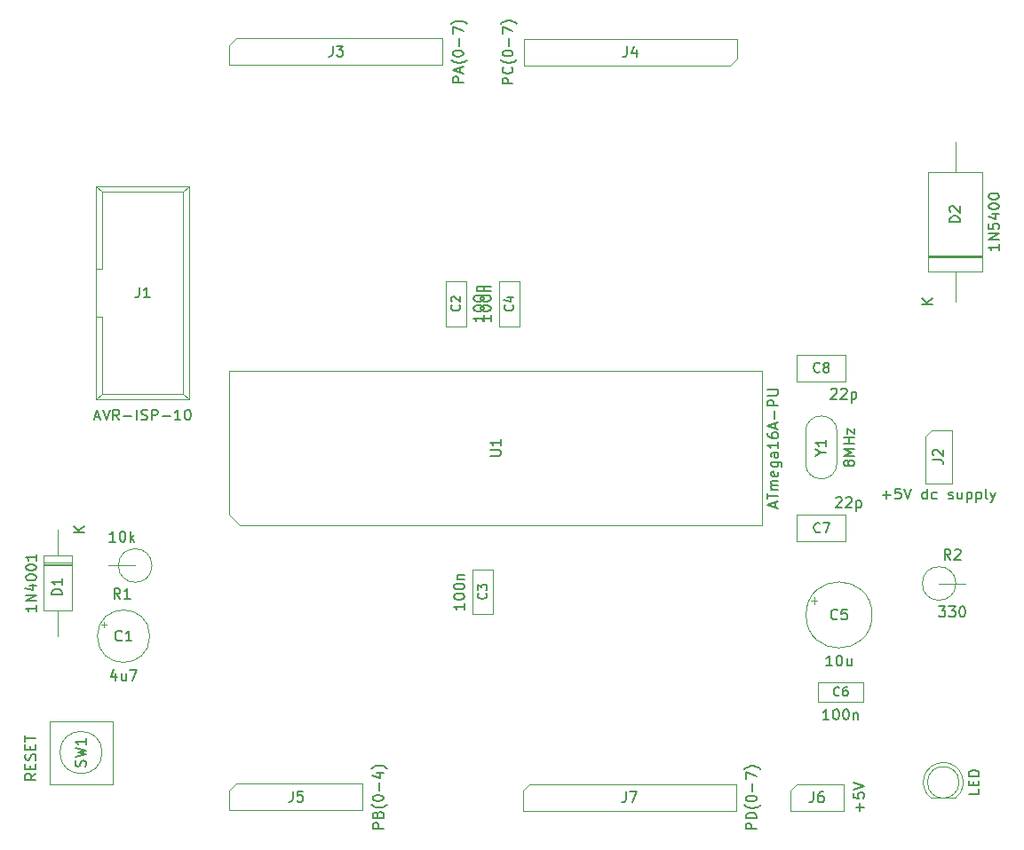
<source format=gbr>
G04 #@! TF.GenerationSoftware,KiCad,Pcbnew,5.1.4-3.fc30*
G04 #@! TF.CreationDate,2019-09-19T02:51:47+02:00*
G04 #@! TF.ProjectId,avr_dev_board_atmega16,6176725f-6465-4765-9f62-6f6172645f61,1_0*
G04 #@! TF.SameCoordinates,Original*
G04 #@! TF.FileFunction,Other,Fab,Top*
%FSLAX46Y46*%
G04 Gerber Fmt 4.6, Leading zero omitted, Abs format (unit mm)*
G04 Created by KiCad (PCBNEW 5.1.4-3.fc30) date 2019-09-19 02:51:47*
%MOMM*%
%LPD*%
G04 APERTURE LIST*
%ADD10C,0.100000*%
%ADD11C,0.150000*%
%ADD12C,0.141000*%
%ADD13C,0.129000*%
G04 APERTURE END LIST*
D10*
X120116000Y-87164600D02*
G75*
G03X117116000Y-87164600I-1500000J0D01*
G01*
X120116000Y-90164600D02*
G75*
G02X117116000Y-90164600I-1500000J0D01*
G01*
X120116000Y-87164600D02*
G75*
G03X117116000Y-87164600I-1500000J0D01*
G01*
X120116000Y-90164600D02*
G75*
G02X117116000Y-90164600I-1500000J0D01*
G01*
X120116000Y-90164600D02*
X120116000Y-87164600D01*
X117116000Y-90164600D02*
X117116000Y-87164600D01*
X120116000Y-90164600D02*
X120116000Y-87164600D01*
X117116000Y-90164600D02*
X117116000Y-87164600D01*
X120966000Y-79844600D02*
X116266000Y-79844600D01*
X120966000Y-82344600D02*
X120966000Y-79844600D01*
X116266000Y-82344600D02*
X120966000Y-82344600D01*
X116266000Y-79844600D02*
X116266000Y-82344600D01*
X120966000Y-95084600D02*
X116266000Y-95084600D01*
X120966000Y-97584600D02*
X120966000Y-95084600D01*
X116266000Y-97584600D02*
X120966000Y-97584600D01*
X116266000Y-95084600D02*
X116266000Y-97584600D01*
X49499200Y-84094000D02*
X50049200Y-83534000D01*
X49499200Y-63734000D02*
X50049200Y-64274000D01*
X58349200Y-84094000D02*
X57799200Y-83534000D01*
X58349200Y-63734000D02*
X57799200Y-64274000D01*
X57799200Y-83534000D02*
X50049200Y-83534000D01*
X58349200Y-84094000D02*
X49499200Y-84094000D01*
X57799200Y-64274000D02*
X50049200Y-64274000D01*
X58349200Y-63734000D02*
X49499200Y-63734000D01*
X50049200Y-76164000D02*
X49499200Y-76164000D01*
X50049200Y-71664000D02*
X49499200Y-71664000D01*
X50049200Y-76164000D02*
X50049200Y-83534000D01*
X50049200Y-64274000D02*
X50049200Y-71664000D01*
X49499200Y-63734000D02*
X49499200Y-84094000D01*
X57799200Y-64274000D02*
X57799200Y-83534000D01*
X58349200Y-63734000D02*
X58349200Y-84094000D01*
X120739000Y-123345000D02*
X115659000Y-123345000D01*
X120739000Y-120805000D02*
X120739000Y-123345000D01*
X116294000Y-120805000D02*
X120739000Y-120805000D01*
X115659000Y-121440000D02*
X116294000Y-120805000D01*
X115659000Y-123345000D02*
X115659000Y-121440000D01*
X128525000Y-87630000D02*
X129160000Y-86995000D01*
X128525000Y-92075000D02*
X128525000Y-87630000D01*
X131065000Y-92075000D02*
X128525000Y-92075000D01*
X131065000Y-86995000D02*
X131065000Y-92075000D01*
X129160000Y-86995000D02*
X131065000Y-86995000D01*
X110478900Y-123345000D02*
X90158900Y-123345000D01*
X110478900Y-120805000D02*
X110478900Y-123345000D01*
X90793900Y-120805000D02*
X110478900Y-120805000D01*
X90158900Y-121440000D02*
X90793900Y-120805000D01*
X90158900Y-123345000D02*
X90158900Y-121440000D01*
X90259000Y-49685400D02*
X110579000Y-49685400D01*
X90259000Y-52225400D02*
X90259000Y-49685400D01*
X109944000Y-52225400D02*
X90259000Y-52225400D01*
X110579000Y-51590400D02*
X109944000Y-52225400D01*
X110579000Y-49685400D02*
X110579000Y-51590400D01*
X82524600Y-52175400D02*
X62204600Y-52175400D01*
X82524600Y-49635400D02*
X82524600Y-52175400D01*
X62839600Y-49635400D02*
X82524600Y-49635400D01*
X62204600Y-50270400D02*
X62839600Y-49635400D01*
X62204600Y-52175400D02*
X62204600Y-50270400D01*
X74904600Y-123295000D02*
X62204600Y-123295000D01*
X74904600Y-120755000D02*
X74904600Y-123295000D01*
X62839600Y-120755000D02*
X74904600Y-120755000D01*
X62204600Y-121390000D02*
X62839600Y-120755000D01*
X62204600Y-123295000D02*
X62204600Y-121390000D01*
X50061764Y-117779000D02*
G75*
G03X50061764Y-117779000I-2015564J0D01*
G01*
X51046200Y-114779000D02*
X51046200Y-117779000D01*
X45046200Y-114779000D02*
X51046200Y-114779000D01*
X45046200Y-120779000D02*
X45046200Y-114779000D01*
X51046200Y-120779000D02*
X45046200Y-120779000D01*
X51046200Y-117779000D02*
X51046200Y-120779000D01*
X50217195Y-105342500D02*
X50217195Y-105842500D01*
X49967195Y-105592500D02*
X50467195Y-105592500D01*
X54600800Y-106680000D02*
G75*
G03X54600800Y-106680000I-2500000J0D01*
G01*
X82844600Y-72787000D02*
X82844600Y-77087000D01*
X84744600Y-72787000D02*
X82844600Y-72787000D01*
X84744600Y-77087000D02*
X84744600Y-72787000D01*
X82844600Y-77087000D02*
X84744600Y-77087000D01*
X87284600Y-104586800D02*
X87284600Y-100286800D01*
X85384600Y-104586800D02*
X87284600Y-104586800D01*
X85384600Y-100286800D02*
X85384600Y-104586800D01*
X87284600Y-100286800D02*
X85384600Y-100286800D01*
X89824600Y-77087000D02*
X89824600Y-72787000D01*
X87924600Y-77087000D02*
X89824600Y-77087000D01*
X87924600Y-72787000D02*
X87924600Y-77087000D01*
X89824600Y-72787000D02*
X87924600Y-72787000D01*
X117937028Y-102962500D02*
X117937028Y-103592500D01*
X117622028Y-103277500D02*
X118252028Y-103277500D01*
X123466000Y-104651000D02*
G75*
G03X123466000Y-104651000I-3150000J0D01*
G01*
X122623000Y-111039000D02*
X118323000Y-111039000D01*
X122623000Y-112939000D02*
X122623000Y-111039000D01*
X118323000Y-112939000D02*
X122623000Y-112939000D01*
X118323000Y-111039000D02*
X118323000Y-112939000D01*
X47146200Y-99680000D02*
X44446200Y-99680000D01*
X47146200Y-99880000D02*
X44446200Y-99880000D01*
X47146200Y-99780000D02*
X44446200Y-99780000D01*
X45796200Y-106680000D02*
X45796200Y-104200000D01*
X45796200Y-96520000D02*
X45796200Y-99000000D01*
X47146200Y-104200000D02*
X47146200Y-99000000D01*
X44446200Y-104200000D02*
X47146200Y-104200000D01*
X44446200Y-99000000D02*
X44446200Y-104200000D01*
X47146200Y-99000000D02*
X44446200Y-99000000D01*
X128794000Y-70557200D02*
X133994000Y-70557200D01*
X128794000Y-70357200D02*
X133994000Y-70357200D01*
X128794000Y-70457200D02*
X133994000Y-70457200D01*
X131394000Y-59512200D02*
X131394000Y-62382200D01*
X131394000Y-74752200D02*
X131394000Y-71882200D01*
X128794000Y-62382200D02*
X128794000Y-71882200D01*
X133994000Y-62382200D02*
X128794000Y-62382200D01*
X133994000Y-71882200D02*
X133994000Y-62382200D01*
X128794000Y-71882200D02*
X133994000Y-71882200D01*
X129078810Y-122124000D02*
X131411190Y-122124000D01*
X131745000Y-120624000D02*
G75*
G03X131745000Y-120624000I-1500000J0D01*
G01*
X131410476Y-122124555D02*
G75*
G03X129078810Y-122124000I-1165476J1500555D01*
G01*
X53213000Y-99936300D02*
X50673000Y-99936300D01*
X54813000Y-99936300D02*
G75*
G03X54813000Y-99936300I-1600000J0D01*
G01*
X129845000Y-101651000D02*
X132385000Y-101651000D01*
X131445000Y-101651000D02*
G75*
G03X131445000Y-101651000I-1600000J0D01*
G01*
X63204600Y-96079600D02*
X62204600Y-95079600D01*
X113004600Y-96079600D02*
X63204600Y-96079600D01*
X113004600Y-81349600D02*
X113004600Y-96079600D01*
X62204600Y-81349600D02*
X113004600Y-81349600D01*
X62204600Y-95079600D02*
X62204600Y-81349600D01*
D11*
X121196952Y-90259838D02*
X121149333Y-90355076D01*
X121101714Y-90402695D01*
X121006476Y-90450314D01*
X120958857Y-90450314D01*
X120863619Y-90402695D01*
X120816000Y-90355076D01*
X120768380Y-90259838D01*
X120768380Y-90069361D01*
X120816000Y-89974123D01*
X120863619Y-89926504D01*
X120958857Y-89878885D01*
X121006476Y-89878885D01*
X121101714Y-89926504D01*
X121149333Y-89974123D01*
X121196952Y-90069361D01*
X121196952Y-90259838D01*
X121244571Y-90355076D01*
X121292190Y-90402695D01*
X121387428Y-90450314D01*
X121577904Y-90450314D01*
X121673142Y-90402695D01*
X121720761Y-90355076D01*
X121768380Y-90259838D01*
X121768380Y-90069361D01*
X121720761Y-89974123D01*
X121673142Y-89926504D01*
X121577904Y-89878885D01*
X121387428Y-89878885D01*
X121292190Y-89926504D01*
X121244571Y-89974123D01*
X121196952Y-90069361D01*
X121768380Y-89450314D02*
X120768380Y-89450314D01*
X121482666Y-89116980D01*
X120768380Y-88783647D01*
X121768380Y-88783647D01*
X121768380Y-88307457D02*
X120768380Y-88307457D01*
X121244571Y-88307457D02*
X121244571Y-87736028D01*
X121768380Y-87736028D02*
X120768380Y-87736028D01*
X121101714Y-87355076D02*
X121101714Y-86831266D01*
X121768380Y-87355076D01*
X121768380Y-86831266D01*
X118592190Y-89140790D02*
X119068380Y-89140790D01*
X118068380Y-89474123D02*
X118592190Y-89140790D01*
X118068380Y-88807457D01*
X119068380Y-87950314D02*
X119068380Y-88521742D01*
X119068380Y-88236028D02*
X118068380Y-88236028D01*
X118211238Y-88331266D01*
X118306476Y-88426504D01*
X118354095Y-88521742D01*
X119537214Y-83131419D02*
X119584833Y-83083800D01*
X119680071Y-83036180D01*
X119918166Y-83036180D01*
X120013404Y-83083800D01*
X120061023Y-83131419D01*
X120108642Y-83226657D01*
X120108642Y-83321895D01*
X120061023Y-83464752D01*
X119489595Y-84036180D01*
X120108642Y-84036180D01*
X120489595Y-83131419D02*
X120537214Y-83083800D01*
X120632452Y-83036180D01*
X120870547Y-83036180D01*
X120965785Y-83083800D01*
X121013404Y-83131419D01*
X121061023Y-83226657D01*
X121061023Y-83321895D01*
X121013404Y-83464752D01*
X120441976Y-84036180D01*
X121061023Y-84036180D01*
X121489595Y-83369514D02*
X121489595Y-84369514D01*
X121489595Y-83417133D02*
X121584833Y-83369514D01*
X121775309Y-83369514D01*
X121870547Y-83417133D01*
X121918166Y-83464752D01*
X121965785Y-83559990D01*
X121965785Y-83845704D01*
X121918166Y-83940942D01*
X121870547Y-83988561D01*
X121775309Y-84036180D01*
X121584833Y-84036180D01*
X121489595Y-83988561D01*
D12*
X118459333Y-81430314D02*
X118414571Y-81475076D01*
X118280285Y-81519838D01*
X118190761Y-81519838D01*
X118056476Y-81475076D01*
X117966952Y-81385552D01*
X117922190Y-81296028D01*
X117877428Y-81116980D01*
X117877428Y-80982695D01*
X117922190Y-80803647D01*
X117966952Y-80714123D01*
X118056476Y-80624600D01*
X118190761Y-80579838D01*
X118280285Y-80579838D01*
X118414571Y-80624600D01*
X118459333Y-80669361D01*
X118996476Y-80982695D02*
X118906952Y-80937933D01*
X118862190Y-80893171D01*
X118817428Y-80803647D01*
X118817428Y-80758885D01*
X118862190Y-80669361D01*
X118906952Y-80624600D01*
X118996476Y-80579838D01*
X119175523Y-80579838D01*
X119265047Y-80624600D01*
X119309809Y-80669361D01*
X119354571Y-80758885D01*
X119354571Y-80803647D01*
X119309809Y-80893171D01*
X119265047Y-80937933D01*
X119175523Y-80982695D01*
X118996476Y-80982695D01*
X118906952Y-81027457D01*
X118862190Y-81072219D01*
X118817428Y-81161742D01*
X118817428Y-81340790D01*
X118862190Y-81430314D01*
X118906952Y-81475076D01*
X118996476Y-81519838D01*
X119175523Y-81519838D01*
X119265047Y-81475076D01*
X119309809Y-81430314D01*
X119354571Y-81340790D01*
X119354571Y-81161742D01*
X119309809Y-81072219D01*
X119265047Y-81027457D01*
X119175523Y-80982695D01*
D11*
X120007114Y-93507319D02*
X120054733Y-93459700D01*
X120149971Y-93412080D01*
X120388066Y-93412080D01*
X120483304Y-93459700D01*
X120530923Y-93507319D01*
X120578542Y-93602557D01*
X120578542Y-93697795D01*
X120530923Y-93840652D01*
X119959495Y-94412080D01*
X120578542Y-94412080D01*
X120959495Y-93507319D02*
X121007114Y-93459700D01*
X121102352Y-93412080D01*
X121340447Y-93412080D01*
X121435685Y-93459700D01*
X121483304Y-93507319D01*
X121530923Y-93602557D01*
X121530923Y-93697795D01*
X121483304Y-93840652D01*
X120911876Y-94412080D01*
X121530923Y-94412080D01*
X121959495Y-93745414D02*
X121959495Y-94745414D01*
X121959495Y-93793033D02*
X122054733Y-93745414D01*
X122245209Y-93745414D01*
X122340447Y-93793033D01*
X122388066Y-93840652D01*
X122435685Y-93935890D01*
X122435685Y-94221604D01*
X122388066Y-94316842D01*
X122340447Y-94364461D01*
X122245209Y-94412080D01*
X122054733Y-94412080D01*
X121959495Y-94364461D01*
D12*
X118499933Y-96690614D02*
X118455171Y-96735376D01*
X118320885Y-96780138D01*
X118231361Y-96780138D01*
X118097076Y-96735376D01*
X118007552Y-96645852D01*
X117962790Y-96556328D01*
X117918028Y-96377280D01*
X117918028Y-96242995D01*
X117962790Y-96063947D01*
X118007552Y-95974423D01*
X118097076Y-95884900D01*
X118231361Y-95840138D01*
X118320885Y-95840138D01*
X118455171Y-95884900D01*
X118499933Y-95929661D01*
X118813266Y-95840138D02*
X119439933Y-95840138D01*
X119037076Y-96780138D01*
D11*
X49352771Y-85764666D02*
X49828961Y-85764666D01*
X49257533Y-86050380D02*
X49590866Y-85050380D01*
X49924200Y-86050380D01*
X50114676Y-85050380D02*
X50448009Y-86050380D01*
X50781342Y-85050380D01*
X51686104Y-86050380D02*
X51352771Y-85574190D01*
X51114676Y-86050380D02*
X51114676Y-85050380D01*
X51495628Y-85050380D01*
X51590866Y-85098000D01*
X51638485Y-85145619D01*
X51686104Y-85240857D01*
X51686104Y-85383714D01*
X51638485Y-85478952D01*
X51590866Y-85526571D01*
X51495628Y-85574190D01*
X51114676Y-85574190D01*
X52114676Y-85669428D02*
X52876580Y-85669428D01*
X53352771Y-86050380D02*
X53352771Y-85050380D01*
X53781342Y-86002761D02*
X53924200Y-86050380D01*
X54162295Y-86050380D01*
X54257533Y-86002761D01*
X54305152Y-85955142D01*
X54352771Y-85859904D01*
X54352771Y-85764666D01*
X54305152Y-85669428D01*
X54257533Y-85621809D01*
X54162295Y-85574190D01*
X53971819Y-85526571D01*
X53876580Y-85478952D01*
X53828961Y-85431333D01*
X53781342Y-85336095D01*
X53781342Y-85240857D01*
X53828961Y-85145619D01*
X53876580Y-85098000D01*
X53971819Y-85050380D01*
X54209914Y-85050380D01*
X54352771Y-85098000D01*
X54781342Y-86050380D02*
X54781342Y-85050380D01*
X55162295Y-85050380D01*
X55257533Y-85098000D01*
X55305152Y-85145619D01*
X55352771Y-85240857D01*
X55352771Y-85383714D01*
X55305152Y-85478952D01*
X55257533Y-85526571D01*
X55162295Y-85574190D01*
X54781342Y-85574190D01*
X55781342Y-85669428D02*
X56543247Y-85669428D01*
X57543247Y-86050380D02*
X56971819Y-86050380D01*
X57257533Y-86050380D02*
X57257533Y-85050380D01*
X57162295Y-85193238D01*
X57067057Y-85288476D01*
X56971819Y-85336095D01*
X58162295Y-85050380D02*
X58257533Y-85050380D01*
X58352771Y-85098000D01*
X58400390Y-85145619D01*
X58448009Y-85240857D01*
X58495628Y-85431333D01*
X58495628Y-85669428D01*
X58448009Y-85859904D01*
X58400390Y-85955142D01*
X58352771Y-86002761D01*
X58257533Y-86050380D01*
X58162295Y-86050380D01*
X58067057Y-86002761D01*
X58019438Y-85955142D01*
X57971819Y-85859904D01*
X57924200Y-85669428D01*
X57924200Y-85431333D01*
X57971819Y-85240857D01*
X58019438Y-85145619D01*
X58067057Y-85098000D01*
X58162295Y-85050380D01*
X53590866Y-73366380D02*
X53590866Y-74080666D01*
X53543247Y-74223523D01*
X53448009Y-74318761D01*
X53305152Y-74366380D01*
X53209914Y-74366380D01*
X54590866Y-74366380D02*
X54019438Y-74366380D01*
X54305152Y-74366380D02*
X54305152Y-73366380D01*
X54209914Y-73509238D01*
X54114676Y-73604476D01*
X54019438Y-73652095D01*
X122310428Y-123360714D02*
X122310428Y-122598809D01*
X122691380Y-122979761D02*
X121929476Y-122979761D01*
X121691380Y-121646428D02*
X121691380Y-122122619D01*
X122167571Y-122170238D01*
X122119952Y-122122619D01*
X122072333Y-122027380D01*
X122072333Y-121789285D01*
X122119952Y-121694047D01*
X122167571Y-121646428D01*
X122262809Y-121598809D01*
X122500904Y-121598809D01*
X122596142Y-121646428D01*
X122643761Y-121694047D01*
X122691380Y-121789285D01*
X122691380Y-122027380D01*
X122643761Y-122122619D01*
X122596142Y-122170238D01*
X121691380Y-121313095D02*
X122691380Y-120979761D01*
X121691380Y-120646428D01*
X117865666Y-121527380D02*
X117865666Y-122241666D01*
X117818047Y-122384523D01*
X117722809Y-122479761D01*
X117579952Y-122527380D01*
X117484714Y-122527380D01*
X118770428Y-121527380D02*
X118579952Y-121527380D01*
X118484714Y-121575000D01*
X118437095Y-121622619D01*
X118341857Y-121765476D01*
X118294238Y-121955952D01*
X118294238Y-122336904D01*
X118341857Y-122432142D01*
X118389476Y-122479761D01*
X118484714Y-122527380D01*
X118675190Y-122527380D01*
X118770428Y-122479761D01*
X118818047Y-122432142D01*
X118865666Y-122336904D01*
X118865666Y-122098809D01*
X118818047Y-122003571D01*
X118770428Y-121955952D01*
X118675190Y-121908333D01*
X118484714Y-121908333D01*
X118389476Y-121955952D01*
X118341857Y-122003571D01*
X118294238Y-122098809D01*
X124461666Y-93206428D02*
X125223571Y-93206428D01*
X124842619Y-93587380D02*
X124842619Y-92825476D01*
X126175952Y-92587380D02*
X125699761Y-92587380D01*
X125652142Y-93063571D01*
X125699761Y-93015952D01*
X125795000Y-92968333D01*
X126033095Y-92968333D01*
X126128333Y-93015952D01*
X126175952Y-93063571D01*
X126223571Y-93158809D01*
X126223571Y-93396904D01*
X126175952Y-93492142D01*
X126128333Y-93539761D01*
X126033095Y-93587380D01*
X125795000Y-93587380D01*
X125699761Y-93539761D01*
X125652142Y-93492142D01*
X126509285Y-92587380D02*
X126842619Y-93587380D01*
X127175952Y-92587380D01*
X128699761Y-93587380D02*
X128699761Y-92587380D01*
X128699761Y-93539761D02*
X128604523Y-93587380D01*
X128414047Y-93587380D01*
X128318809Y-93539761D01*
X128271190Y-93492142D01*
X128223571Y-93396904D01*
X128223571Y-93111190D01*
X128271190Y-93015952D01*
X128318809Y-92968333D01*
X128414047Y-92920714D01*
X128604523Y-92920714D01*
X128699761Y-92968333D01*
X129604523Y-93539761D02*
X129509285Y-93587380D01*
X129318809Y-93587380D01*
X129223571Y-93539761D01*
X129175952Y-93492142D01*
X129128333Y-93396904D01*
X129128333Y-93111190D01*
X129175952Y-93015952D01*
X129223571Y-92968333D01*
X129318809Y-92920714D01*
X129509285Y-92920714D01*
X129604523Y-92968333D01*
X130747380Y-93539761D02*
X130842619Y-93587380D01*
X131033095Y-93587380D01*
X131128333Y-93539761D01*
X131175952Y-93444523D01*
X131175952Y-93396904D01*
X131128333Y-93301666D01*
X131033095Y-93254047D01*
X130890238Y-93254047D01*
X130795000Y-93206428D01*
X130747380Y-93111190D01*
X130747380Y-93063571D01*
X130795000Y-92968333D01*
X130890238Y-92920714D01*
X131033095Y-92920714D01*
X131128333Y-92968333D01*
X132033095Y-92920714D02*
X132033095Y-93587380D01*
X131604523Y-92920714D02*
X131604523Y-93444523D01*
X131652142Y-93539761D01*
X131747380Y-93587380D01*
X131890238Y-93587380D01*
X131985476Y-93539761D01*
X132033095Y-93492142D01*
X132509285Y-92920714D02*
X132509285Y-93920714D01*
X132509285Y-92968333D02*
X132604523Y-92920714D01*
X132795000Y-92920714D01*
X132890238Y-92968333D01*
X132937857Y-93015952D01*
X132985476Y-93111190D01*
X132985476Y-93396904D01*
X132937857Y-93492142D01*
X132890238Y-93539761D01*
X132795000Y-93587380D01*
X132604523Y-93587380D01*
X132509285Y-93539761D01*
X133414047Y-92920714D02*
X133414047Y-93920714D01*
X133414047Y-92968333D02*
X133509285Y-92920714D01*
X133699761Y-92920714D01*
X133795000Y-92968333D01*
X133842619Y-93015952D01*
X133890238Y-93111190D01*
X133890238Y-93396904D01*
X133842619Y-93492142D01*
X133795000Y-93539761D01*
X133699761Y-93587380D01*
X133509285Y-93587380D01*
X133414047Y-93539761D01*
X134461666Y-93587380D02*
X134366428Y-93539761D01*
X134318809Y-93444523D01*
X134318809Y-92587380D01*
X134747380Y-92920714D02*
X134985476Y-93587380D01*
X135223571Y-92920714D02*
X134985476Y-93587380D01*
X134890238Y-93825476D01*
X134842619Y-93873095D01*
X134747380Y-93920714D01*
X129247380Y-89868333D02*
X129961666Y-89868333D01*
X130104523Y-89915952D01*
X130199761Y-90011190D01*
X130247380Y-90154047D01*
X130247380Y-90249285D01*
X129342619Y-89439761D02*
X129295000Y-89392142D01*
X129247380Y-89296904D01*
X129247380Y-89058809D01*
X129295000Y-88963571D01*
X129342619Y-88915952D01*
X129437857Y-88868333D01*
X129533095Y-88868333D01*
X129675952Y-88915952D01*
X130247380Y-89487380D01*
X130247380Y-88868333D01*
X112431280Y-125075000D02*
X111431280Y-125075000D01*
X111431280Y-124694047D01*
X111478900Y-124598809D01*
X111526519Y-124551190D01*
X111621757Y-124503571D01*
X111764614Y-124503571D01*
X111859852Y-124551190D01*
X111907471Y-124598809D01*
X111955090Y-124694047D01*
X111955090Y-125075000D01*
X112431280Y-124075000D02*
X111431280Y-124075000D01*
X111431280Y-123836904D01*
X111478900Y-123694047D01*
X111574138Y-123598809D01*
X111669376Y-123551190D01*
X111859852Y-123503571D01*
X112002709Y-123503571D01*
X112193185Y-123551190D01*
X112288423Y-123598809D01*
X112383661Y-123694047D01*
X112431280Y-123836904D01*
X112431280Y-124075000D01*
X112812233Y-122789285D02*
X112764614Y-122836904D01*
X112621757Y-122932142D01*
X112526519Y-122979761D01*
X112383661Y-123027380D01*
X112145566Y-123075000D01*
X111955090Y-123075000D01*
X111716995Y-123027380D01*
X111574138Y-122979761D01*
X111478900Y-122932142D01*
X111336042Y-122836904D01*
X111288423Y-122789285D01*
X111431280Y-122217857D02*
X111431280Y-122122619D01*
X111478900Y-122027380D01*
X111526519Y-121979761D01*
X111621757Y-121932142D01*
X111812233Y-121884523D01*
X112050328Y-121884523D01*
X112240804Y-121932142D01*
X112336042Y-121979761D01*
X112383661Y-122027380D01*
X112431280Y-122122619D01*
X112431280Y-122217857D01*
X112383661Y-122313095D01*
X112336042Y-122360714D01*
X112240804Y-122408333D01*
X112050328Y-122455952D01*
X111812233Y-122455952D01*
X111621757Y-122408333D01*
X111526519Y-122360714D01*
X111478900Y-122313095D01*
X111431280Y-122217857D01*
X112050328Y-121455952D02*
X112050328Y-120694047D01*
X111431280Y-120313095D02*
X111431280Y-119646428D01*
X112431280Y-120075000D01*
X112812233Y-119360714D02*
X112764614Y-119313095D01*
X112621757Y-119217857D01*
X112526519Y-119170238D01*
X112383661Y-119122619D01*
X112145566Y-119075000D01*
X111955090Y-119075000D01*
X111716995Y-119122619D01*
X111574138Y-119170238D01*
X111478900Y-119217857D01*
X111336042Y-119313095D01*
X111288423Y-119360714D01*
X99985566Y-121527380D02*
X99985566Y-122241666D01*
X99937947Y-122384523D01*
X99842709Y-122479761D01*
X99699852Y-122527380D01*
X99604614Y-122527380D01*
X100366519Y-121527380D02*
X101033185Y-121527380D01*
X100604614Y-122527380D01*
X89211380Y-53955400D02*
X88211380Y-53955400D01*
X88211380Y-53574447D01*
X88259000Y-53479209D01*
X88306619Y-53431590D01*
X88401857Y-53383971D01*
X88544714Y-53383971D01*
X88639952Y-53431590D01*
X88687571Y-53479209D01*
X88735190Y-53574447D01*
X88735190Y-53955400D01*
X89116142Y-52383971D02*
X89163761Y-52431590D01*
X89211380Y-52574447D01*
X89211380Y-52669685D01*
X89163761Y-52812542D01*
X89068523Y-52907780D01*
X88973285Y-52955400D01*
X88782809Y-53003019D01*
X88639952Y-53003019D01*
X88449476Y-52955400D01*
X88354238Y-52907780D01*
X88259000Y-52812542D01*
X88211380Y-52669685D01*
X88211380Y-52574447D01*
X88259000Y-52431590D01*
X88306619Y-52383971D01*
X89592333Y-51669685D02*
X89544714Y-51717304D01*
X89401857Y-51812542D01*
X89306619Y-51860161D01*
X89163761Y-51907780D01*
X88925666Y-51955400D01*
X88735190Y-51955400D01*
X88497095Y-51907780D01*
X88354238Y-51860161D01*
X88259000Y-51812542D01*
X88116142Y-51717304D01*
X88068523Y-51669685D01*
X88211380Y-51098257D02*
X88211380Y-51003019D01*
X88259000Y-50907780D01*
X88306619Y-50860161D01*
X88401857Y-50812542D01*
X88592333Y-50764923D01*
X88830428Y-50764923D01*
X89020904Y-50812542D01*
X89116142Y-50860161D01*
X89163761Y-50907780D01*
X89211380Y-51003019D01*
X89211380Y-51098257D01*
X89163761Y-51193495D01*
X89116142Y-51241114D01*
X89020904Y-51288733D01*
X88830428Y-51336352D01*
X88592333Y-51336352D01*
X88401857Y-51288733D01*
X88306619Y-51241114D01*
X88259000Y-51193495D01*
X88211380Y-51098257D01*
X88830428Y-50336352D02*
X88830428Y-49574447D01*
X88211380Y-49193495D02*
X88211380Y-48526828D01*
X89211380Y-48955400D01*
X89592333Y-48241114D02*
X89544714Y-48193495D01*
X89401857Y-48098257D01*
X89306619Y-48050638D01*
X89163761Y-48003019D01*
X88925666Y-47955400D01*
X88735190Y-47955400D01*
X88497095Y-48003019D01*
X88354238Y-48050638D01*
X88259000Y-48098257D01*
X88116142Y-48193495D01*
X88068523Y-48241114D01*
X100085666Y-50407780D02*
X100085666Y-51122066D01*
X100038047Y-51264923D01*
X99942809Y-51360161D01*
X99799952Y-51407780D01*
X99704714Y-51407780D01*
X100990428Y-50741114D02*
X100990428Y-51407780D01*
X100752333Y-50360161D02*
X100514238Y-51074447D01*
X101133285Y-51074447D01*
X84476980Y-53833971D02*
X83476980Y-53833971D01*
X83476980Y-53453019D01*
X83524600Y-53357780D01*
X83572219Y-53310161D01*
X83667457Y-53262542D01*
X83810314Y-53262542D01*
X83905552Y-53310161D01*
X83953171Y-53357780D01*
X84000790Y-53453019D01*
X84000790Y-53833971D01*
X84191266Y-52881590D02*
X84191266Y-52405400D01*
X84476980Y-52976828D02*
X83476980Y-52643495D01*
X84476980Y-52310161D01*
X84857933Y-51691114D02*
X84810314Y-51738733D01*
X84667457Y-51833971D01*
X84572219Y-51881590D01*
X84429361Y-51929209D01*
X84191266Y-51976828D01*
X84000790Y-51976828D01*
X83762695Y-51929209D01*
X83619838Y-51881590D01*
X83524600Y-51833971D01*
X83381742Y-51738733D01*
X83334123Y-51691114D01*
X83476980Y-51119685D02*
X83476980Y-51024447D01*
X83524600Y-50929209D01*
X83572219Y-50881590D01*
X83667457Y-50833971D01*
X83857933Y-50786352D01*
X84096028Y-50786352D01*
X84286504Y-50833971D01*
X84381742Y-50881590D01*
X84429361Y-50929209D01*
X84476980Y-51024447D01*
X84476980Y-51119685D01*
X84429361Y-51214923D01*
X84381742Y-51262542D01*
X84286504Y-51310161D01*
X84096028Y-51357780D01*
X83857933Y-51357780D01*
X83667457Y-51310161D01*
X83572219Y-51262542D01*
X83524600Y-51214923D01*
X83476980Y-51119685D01*
X84096028Y-50357780D02*
X84096028Y-49595876D01*
X83476980Y-49214923D02*
X83476980Y-48548257D01*
X84476980Y-48976828D01*
X84857933Y-48262542D02*
X84810314Y-48214923D01*
X84667457Y-48119685D01*
X84572219Y-48072066D01*
X84429361Y-48024447D01*
X84191266Y-47976828D01*
X84000790Y-47976828D01*
X83762695Y-48024447D01*
X83619838Y-48072066D01*
X83524600Y-48119685D01*
X83381742Y-48214923D01*
X83334123Y-48262542D01*
X72031266Y-50357780D02*
X72031266Y-51072066D01*
X71983647Y-51214923D01*
X71888409Y-51310161D01*
X71745552Y-51357780D01*
X71650314Y-51357780D01*
X72412219Y-50357780D02*
X73031266Y-50357780D01*
X72697933Y-50738733D01*
X72840790Y-50738733D01*
X72936028Y-50786352D01*
X72983647Y-50833971D01*
X73031266Y-50929209D01*
X73031266Y-51167304D01*
X72983647Y-51262542D01*
X72936028Y-51310161D01*
X72840790Y-51357780D01*
X72555076Y-51357780D01*
X72459838Y-51310161D01*
X72412219Y-51262542D01*
X76856980Y-125025000D02*
X75856980Y-125025000D01*
X75856980Y-124644047D01*
X75904600Y-124548809D01*
X75952219Y-124501190D01*
X76047457Y-124453571D01*
X76190314Y-124453571D01*
X76285552Y-124501190D01*
X76333171Y-124548809D01*
X76380790Y-124644047D01*
X76380790Y-125025000D01*
X76333171Y-123691666D02*
X76380790Y-123548809D01*
X76428409Y-123501190D01*
X76523647Y-123453571D01*
X76666504Y-123453571D01*
X76761742Y-123501190D01*
X76809361Y-123548809D01*
X76856980Y-123644047D01*
X76856980Y-124025000D01*
X75856980Y-124025000D01*
X75856980Y-123691666D01*
X75904600Y-123596428D01*
X75952219Y-123548809D01*
X76047457Y-123501190D01*
X76142695Y-123501190D01*
X76237933Y-123548809D01*
X76285552Y-123596428D01*
X76333171Y-123691666D01*
X76333171Y-124025000D01*
X77237933Y-122739285D02*
X77190314Y-122786904D01*
X77047457Y-122882142D01*
X76952219Y-122929761D01*
X76809361Y-122977380D01*
X76571266Y-123025000D01*
X76380790Y-123025000D01*
X76142695Y-122977380D01*
X75999838Y-122929761D01*
X75904600Y-122882142D01*
X75761742Y-122786904D01*
X75714123Y-122739285D01*
X75856980Y-122167857D02*
X75856980Y-122072619D01*
X75904600Y-121977380D01*
X75952219Y-121929761D01*
X76047457Y-121882142D01*
X76237933Y-121834523D01*
X76476028Y-121834523D01*
X76666504Y-121882142D01*
X76761742Y-121929761D01*
X76809361Y-121977380D01*
X76856980Y-122072619D01*
X76856980Y-122167857D01*
X76809361Y-122263095D01*
X76761742Y-122310714D01*
X76666504Y-122358333D01*
X76476028Y-122405952D01*
X76237933Y-122405952D01*
X76047457Y-122358333D01*
X75952219Y-122310714D01*
X75904600Y-122263095D01*
X75856980Y-122167857D01*
X76476028Y-121405952D02*
X76476028Y-120644047D01*
X76190314Y-119739285D02*
X76856980Y-119739285D01*
X75809361Y-119977380D02*
X76523647Y-120215476D01*
X76523647Y-119596428D01*
X77237933Y-119310714D02*
X77190314Y-119263095D01*
X77047457Y-119167857D01*
X76952219Y-119120238D01*
X76809361Y-119072619D01*
X76571266Y-119025000D01*
X76380790Y-119025000D01*
X76142695Y-119072619D01*
X75999838Y-119120238D01*
X75904600Y-119167857D01*
X75761742Y-119263095D01*
X75714123Y-119310714D01*
X68221266Y-121477380D02*
X68221266Y-122191666D01*
X68173647Y-122334523D01*
X68078409Y-122429761D01*
X67935552Y-122477380D01*
X67840314Y-122477380D01*
X69173647Y-121477380D02*
X68697457Y-121477380D01*
X68649838Y-121953571D01*
X68697457Y-121905952D01*
X68792695Y-121858333D01*
X69030790Y-121858333D01*
X69126028Y-121905952D01*
X69173647Y-121953571D01*
X69221266Y-122048809D01*
X69221266Y-122286904D01*
X69173647Y-122382142D01*
X69126028Y-122429761D01*
X69030790Y-122477380D01*
X68792695Y-122477380D01*
X68697457Y-122429761D01*
X68649838Y-122382142D01*
X43723580Y-119781380D02*
X43247390Y-120114714D01*
X43723580Y-120352809D02*
X42723580Y-120352809D01*
X42723580Y-119971857D01*
X42771200Y-119876619D01*
X42818819Y-119829000D01*
X42914057Y-119781380D01*
X43056914Y-119781380D01*
X43152152Y-119829000D01*
X43199771Y-119876619D01*
X43247390Y-119971857D01*
X43247390Y-120352809D01*
X43199771Y-119352809D02*
X43199771Y-119019476D01*
X43723580Y-118876619D02*
X43723580Y-119352809D01*
X42723580Y-119352809D01*
X42723580Y-118876619D01*
X43675961Y-118495666D02*
X43723580Y-118352809D01*
X43723580Y-118114714D01*
X43675961Y-118019476D01*
X43628342Y-117971857D01*
X43533104Y-117924238D01*
X43437866Y-117924238D01*
X43342628Y-117971857D01*
X43295009Y-118019476D01*
X43247390Y-118114714D01*
X43199771Y-118305190D01*
X43152152Y-118400428D01*
X43104533Y-118448047D01*
X43009295Y-118495666D01*
X42914057Y-118495666D01*
X42818819Y-118448047D01*
X42771200Y-118400428D01*
X42723580Y-118305190D01*
X42723580Y-118067095D01*
X42771200Y-117924238D01*
X43199771Y-117495666D02*
X43199771Y-117162333D01*
X43723580Y-117019476D02*
X43723580Y-117495666D01*
X42723580Y-117495666D01*
X42723580Y-117019476D01*
X42723580Y-116733761D02*
X42723580Y-116162333D01*
X43723580Y-116448047D02*
X42723580Y-116448047D01*
X48450961Y-119112333D02*
X48498580Y-118969476D01*
X48498580Y-118731380D01*
X48450961Y-118636142D01*
X48403342Y-118588523D01*
X48308104Y-118540904D01*
X48212866Y-118540904D01*
X48117628Y-118588523D01*
X48070009Y-118636142D01*
X48022390Y-118731380D01*
X47974771Y-118921857D01*
X47927152Y-119017095D01*
X47879533Y-119064714D01*
X47784295Y-119112333D01*
X47689057Y-119112333D01*
X47593819Y-119064714D01*
X47546200Y-119017095D01*
X47498580Y-118921857D01*
X47498580Y-118683761D01*
X47546200Y-118540904D01*
X47498580Y-118207571D02*
X48498580Y-117969476D01*
X47784295Y-117779000D01*
X48498580Y-117588523D01*
X47498580Y-117350428D01*
X48498580Y-116445666D02*
X48498580Y-117017095D01*
X48498580Y-116731380D02*
X47498580Y-116731380D01*
X47641438Y-116826619D01*
X47736676Y-116921857D01*
X47784295Y-117017095D01*
X51362704Y-110215714D02*
X51362704Y-110882380D01*
X51124609Y-109834761D02*
X50886514Y-110549047D01*
X51505561Y-110549047D01*
X52315085Y-110215714D02*
X52315085Y-110882380D01*
X51886514Y-110215714D02*
X51886514Y-110739523D01*
X51934133Y-110834761D01*
X52029371Y-110882380D01*
X52172228Y-110882380D01*
X52267466Y-110834761D01*
X52315085Y-110787142D01*
X52696038Y-109882380D02*
X53362704Y-109882380D01*
X52934133Y-110882380D01*
X51934133Y-107037142D02*
X51886514Y-107084761D01*
X51743657Y-107132380D01*
X51648419Y-107132380D01*
X51505561Y-107084761D01*
X51410323Y-106989523D01*
X51362704Y-106894285D01*
X51315085Y-106703809D01*
X51315085Y-106560952D01*
X51362704Y-106370476D01*
X51410323Y-106275238D01*
X51505561Y-106180000D01*
X51648419Y-106132380D01*
X51743657Y-106132380D01*
X51886514Y-106180000D01*
X51934133Y-106227619D01*
X52886514Y-107132380D02*
X52315085Y-107132380D01*
X52600800Y-107132380D02*
X52600800Y-106132380D01*
X52505561Y-106275238D01*
X52410323Y-106370476D01*
X52315085Y-106418095D01*
X86446980Y-76056047D02*
X86446980Y-76627476D01*
X86446980Y-76341761D02*
X85446980Y-76341761D01*
X85589838Y-76437000D01*
X85685076Y-76532238D01*
X85732695Y-76627476D01*
X85446980Y-75437000D02*
X85446980Y-75341761D01*
X85494600Y-75246523D01*
X85542219Y-75198904D01*
X85637457Y-75151285D01*
X85827933Y-75103666D01*
X86066028Y-75103666D01*
X86256504Y-75151285D01*
X86351742Y-75198904D01*
X86399361Y-75246523D01*
X86446980Y-75341761D01*
X86446980Y-75437000D01*
X86399361Y-75532238D01*
X86351742Y-75579857D01*
X86256504Y-75627476D01*
X86066028Y-75675095D01*
X85827933Y-75675095D01*
X85637457Y-75627476D01*
X85542219Y-75579857D01*
X85494600Y-75532238D01*
X85446980Y-75437000D01*
X85446980Y-74484619D02*
X85446980Y-74389380D01*
X85494600Y-74294142D01*
X85542219Y-74246523D01*
X85637457Y-74198904D01*
X85827933Y-74151285D01*
X86066028Y-74151285D01*
X86256504Y-74198904D01*
X86351742Y-74246523D01*
X86399361Y-74294142D01*
X86446980Y-74389380D01*
X86446980Y-74484619D01*
X86399361Y-74579857D01*
X86351742Y-74627476D01*
X86256504Y-74675095D01*
X86066028Y-74722714D01*
X85827933Y-74722714D01*
X85637457Y-74675095D01*
X85542219Y-74627476D01*
X85494600Y-74579857D01*
X85446980Y-74484619D01*
X85780314Y-73722714D02*
X86446980Y-73722714D01*
X85875552Y-73722714D02*
X85827933Y-73675095D01*
X85780314Y-73579857D01*
X85780314Y-73437000D01*
X85827933Y-73341761D01*
X85923171Y-73294142D01*
X86446980Y-73294142D01*
D13*
X84101742Y-75080333D02*
X84142695Y-75121285D01*
X84183647Y-75244142D01*
X84183647Y-75326047D01*
X84142695Y-75448904D01*
X84060790Y-75530809D01*
X83978885Y-75571761D01*
X83815076Y-75612714D01*
X83692219Y-75612714D01*
X83528409Y-75571761D01*
X83446504Y-75530809D01*
X83364600Y-75448904D01*
X83323647Y-75326047D01*
X83323647Y-75244142D01*
X83364600Y-75121285D01*
X83405552Y-75080333D01*
X83405552Y-74752714D02*
X83364600Y-74711761D01*
X83323647Y-74629857D01*
X83323647Y-74425095D01*
X83364600Y-74343190D01*
X83405552Y-74302238D01*
X83487457Y-74261285D01*
X83569361Y-74261285D01*
X83692219Y-74302238D01*
X84183647Y-74793666D01*
X84183647Y-74261285D01*
D11*
X84586980Y-103555847D02*
X84586980Y-104127276D01*
X84586980Y-103841561D02*
X83586980Y-103841561D01*
X83729838Y-103936800D01*
X83825076Y-104032038D01*
X83872695Y-104127276D01*
X83586980Y-102936800D02*
X83586980Y-102841561D01*
X83634600Y-102746323D01*
X83682219Y-102698704D01*
X83777457Y-102651085D01*
X83967933Y-102603466D01*
X84206028Y-102603466D01*
X84396504Y-102651085D01*
X84491742Y-102698704D01*
X84539361Y-102746323D01*
X84586980Y-102841561D01*
X84586980Y-102936800D01*
X84539361Y-103032038D01*
X84491742Y-103079657D01*
X84396504Y-103127276D01*
X84206028Y-103174895D01*
X83967933Y-103174895D01*
X83777457Y-103127276D01*
X83682219Y-103079657D01*
X83634600Y-103032038D01*
X83586980Y-102936800D01*
X83586980Y-101984419D02*
X83586980Y-101889180D01*
X83634600Y-101793942D01*
X83682219Y-101746323D01*
X83777457Y-101698704D01*
X83967933Y-101651085D01*
X84206028Y-101651085D01*
X84396504Y-101698704D01*
X84491742Y-101746323D01*
X84539361Y-101793942D01*
X84586980Y-101889180D01*
X84586980Y-101984419D01*
X84539361Y-102079657D01*
X84491742Y-102127276D01*
X84396504Y-102174895D01*
X84206028Y-102222514D01*
X83967933Y-102222514D01*
X83777457Y-102174895D01*
X83682219Y-102127276D01*
X83634600Y-102079657D01*
X83586980Y-101984419D01*
X83920314Y-101222514D02*
X84586980Y-101222514D01*
X84015552Y-101222514D02*
X83967933Y-101174895D01*
X83920314Y-101079657D01*
X83920314Y-100936800D01*
X83967933Y-100841561D01*
X84063171Y-100793942D01*
X84586980Y-100793942D01*
D13*
X86641742Y-102580133D02*
X86682695Y-102621085D01*
X86723647Y-102743942D01*
X86723647Y-102825847D01*
X86682695Y-102948704D01*
X86600790Y-103030609D01*
X86518885Y-103071561D01*
X86355076Y-103112514D01*
X86232219Y-103112514D01*
X86068409Y-103071561D01*
X85986504Y-103030609D01*
X85904600Y-102948704D01*
X85863647Y-102825847D01*
X85863647Y-102743942D01*
X85904600Y-102621085D01*
X85945552Y-102580133D01*
X85863647Y-102293466D02*
X85863647Y-101761085D01*
X86191266Y-102047752D01*
X86191266Y-101924895D01*
X86232219Y-101842990D01*
X86273171Y-101802038D01*
X86355076Y-101761085D01*
X86559838Y-101761085D01*
X86641742Y-101802038D01*
X86682695Y-101842990D01*
X86723647Y-101924895D01*
X86723647Y-102170609D01*
X86682695Y-102252514D01*
X86641742Y-102293466D01*
D11*
X87126980Y-76056047D02*
X87126980Y-76627476D01*
X87126980Y-76341761D02*
X86126980Y-76341761D01*
X86269838Y-76437000D01*
X86365076Y-76532238D01*
X86412695Y-76627476D01*
X86126980Y-75437000D02*
X86126980Y-75341761D01*
X86174600Y-75246523D01*
X86222219Y-75198904D01*
X86317457Y-75151285D01*
X86507933Y-75103666D01*
X86746028Y-75103666D01*
X86936504Y-75151285D01*
X87031742Y-75198904D01*
X87079361Y-75246523D01*
X87126980Y-75341761D01*
X87126980Y-75437000D01*
X87079361Y-75532238D01*
X87031742Y-75579857D01*
X86936504Y-75627476D01*
X86746028Y-75675095D01*
X86507933Y-75675095D01*
X86317457Y-75627476D01*
X86222219Y-75579857D01*
X86174600Y-75532238D01*
X86126980Y-75437000D01*
X86126980Y-74484619D02*
X86126980Y-74389380D01*
X86174600Y-74294142D01*
X86222219Y-74246523D01*
X86317457Y-74198904D01*
X86507933Y-74151285D01*
X86746028Y-74151285D01*
X86936504Y-74198904D01*
X87031742Y-74246523D01*
X87079361Y-74294142D01*
X87126980Y-74389380D01*
X87126980Y-74484619D01*
X87079361Y-74579857D01*
X87031742Y-74627476D01*
X86936504Y-74675095D01*
X86746028Y-74722714D01*
X86507933Y-74722714D01*
X86317457Y-74675095D01*
X86222219Y-74627476D01*
X86174600Y-74579857D01*
X86126980Y-74484619D01*
X86460314Y-73722714D02*
X87126980Y-73722714D01*
X86555552Y-73722714D02*
X86507933Y-73675095D01*
X86460314Y-73579857D01*
X86460314Y-73437000D01*
X86507933Y-73341761D01*
X86603171Y-73294142D01*
X87126980Y-73294142D01*
D13*
X89181742Y-75080333D02*
X89222695Y-75121285D01*
X89263647Y-75244142D01*
X89263647Y-75326047D01*
X89222695Y-75448904D01*
X89140790Y-75530809D01*
X89058885Y-75571761D01*
X88895076Y-75612714D01*
X88772219Y-75612714D01*
X88608409Y-75571761D01*
X88526504Y-75530809D01*
X88444600Y-75448904D01*
X88403647Y-75326047D01*
X88403647Y-75244142D01*
X88444600Y-75121285D01*
X88485552Y-75080333D01*
X88690314Y-74343190D02*
X89263647Y-74343190D01*
X88362695Y-74547952D02*
X88976980Y-74752714D01*
X88976980Y-74220333D01*
D11*
X119673142Y-109503380D02*
X119101714Y-109503380D01*
X119387428Y-109503380D02*
X119387428Y-108503380D01*
X119292190Y-108646238D01*
X119196952Y-108741476D01*
X119101714Y-108789095D01*
X120292190Y-108503380D02*
X120387428Y-108503380D01*
X120482666Y-108551000D01*
X120530285Y-108598619D01*
X120577904Y-108693857D01*
X120625523Y-108884333D01*
X120625523Y-109122428D01*
X120577904Y-109312904D01*
X120530285Y-109408142D01*
X120482666Y-109455761D01*
X120387428Y-109503380D01*
X120292190Y-109503380D01*
X120196952Y-109455761D01*
X120149333Y-109408142D01*
X120101714Y-109312904D01*
X120054095Y-109122428D01*
X120054095Y-108884333D01*
X120101714Y-108693857D01*
X120149333Y-108598619D01*
X120196952Y-108551000D01*
X120292190Y-108503380D01*
X121482666Y-108836714D02*
X121482666Y-109503380D01*
X121054095Y-108836714D02*
X121054095Y-109360523D01*
X121101714Y-109455761D01*
X121196952Y-109503380D01*
X121339809Y-109503380D01*
X121435047Y-109455761D01*
X121482666Y-109408142D01*
X120149333Y-105008142D02*
X120101714Y-105055761D01*
X119958857Y-105103380D01*
X119863619Y-105103380D01*
X119720761Y-105055761D01*
X119625523Y-104960523D01*
X119577904Y-104865285D01*
X119530285Y-104674809D01*
X119530285Y-104531952D01*
X119577904Y-104341476D01*
X119625523Y-104246238D01*
X119720761Y-104151000D01*
X119863619Y-104103380D01*
X119958857Y-104103380D01*
X120101714Y-104151000D01*
X120149333Y-104198619D01*
X121054095Y-104103380D02*
X120577904Y-104103380D01*
X120530285Y-104579571D01*
X120577904Y-104531952D01*
X120673142Y-104484333D01*
X120911238Y-104484333D01*
X121006476Y-104531952D01*
X121054095Y-104579571D01*
X121101714Y-104674809D01*
X121101714Y-104912904D01*
X121054095Y-105008142D01*
X121006476Y-105055761D01*
X120911238Y-105103380D01*
X120673142Y-105103380D01*
X120577904Y-105055761D01*
X120530285Y-105008142D01*
X119353952Y-114641380D02*
X118782523Y-114641380D01*
X119068238Y-114641380D02*
X119068238Y-113641380D01*
X118973000Y-113784238D01*
X118877761Y-113879476D01*
X118782523Y-113927095D01*
X119973000Y-113641380D02*
X120068238Y-113641380D01*
X120163476Y-113689000D01*
X120211095Y-113736619D01*
X120258714Y-113831857D01*
X120306333Y-114022333D01*
X120306333Y-114260428D01*
X120258714Y-114450904D01*
X120211095Y-114546142D01*
X120163476Y-114593761D01*
X120068238Y-114641380D01*
X119973000Y-114641380D01*
X119877761Y-114593761D01*
X119830142Y-114546142D01*
X119782523Y-114450904D01*
X119734904Y-114260428D01*
X119734904Y-114022333D01*
X119782523Y-113831857D01*
X119830142Y-113736619D01*
X119877761Y-113689000D01*
X119973000Y-113641380D01*
X120925380Y-113641380D02*
X121020619Y-113641380D01*
X121115857Y-113689000D01*
X121163476Y-113736619D01*
X121211095Y-113831857D01*
X121258714Y-114022333D01*
X121258714Y-114260428D01*
X121211095Y-114450904D01*
X121163476Y-114546142D01*
X121115857Y-114593761D01*
X121020619Y-114641380D01*
X120925380Y-114641380D01*
X120830142Y-114593761D01*
X120782523Y-114546142D01*
X120734904Y-114450904D01*
X120687285Y-114260428D01*
X120687285Y-114022333D01*
X120734904Y-113831857D01*
X120782523Y-113736619D01*
X120830142Y-113689000D01*
X120925380Y-113641380D01*
X121687285Y-113974714D02*
X121687285Y-114641380D01*
X121687285Y-114069952D02*
X121734904Y-114022333D01*
X121830142Y-113974714D01*
X121973000Y-113974714D01*
X122068238Y-114022333D01*
X122115857Y-114117571D01*
X122115857Y-114641380D01*
D13*
X120329666Y-112296142D02*
X120288714Y-112337095D01*
X120165857Y-112378047D01*
X120083952Y-112378047D01*
X119961095Y-112337095D01*
X119879190Y-112255190D01*
X119838238Y-112173285D01*
X119797285Y-112009476D01*
X119797285Y-111886619D01*
X119838238Y-111722809D01*
X119879190Y-111640904D01*
X119961095Y-111559000D01*
X120083952Y-111518047D01*
X120165857Y-111518047D01*
X120288714Y-111559000D01*
X120329666Y-111599952D01*
X121066809Y-111518047D02*
X120903000Y-111518047D01*
X120821095Y-111559000D01*
X120780142Y-111599952D01*
X120698238Y-111722809D01*
X120657285Y-111886619D01*
X120657285Y-112214238D01*
X120698238Y-112296142D01*
X120739190Y-112337095D01*
X120821095Y-112378047D01*
X120984904Y-112378047D01*
X121066809Y-112337095D01*
X121107761Y-112296142D01*
X121148714Y-112214238D01*
X121148714Y-112009476D01*
X121107761Y-111927571D01*
X121066809Y-111886619D01*
X120984904Y-111845666D01*
X120821095Y-111845666D01*
X120739190Y-111886619D01*
X120698238Y-111927571D01*
X120657285Y-112009476D01*
D11*
X43778580Y-103742857D02*
X43778580Y-104314285D01*
X43778580Y-104028571D02*
X42778580Y-104028571D01*
X42921438Y-104123809D01*
X43016676Y-104219047D01*
X43064295Y-104314285D01*
X43778580Y-103314285D02*
X42778580Y-103314285D01*
X43778580Y-102742857D01*
X42778580Y-102742857D01*
X43111914Y-101838095D02*
X43778580Y-101838095D01*
X42730961Y-102076190D02*
X43445247Y-102314285D01*
X43445247Y-101695238D01*
X42778580Y-101123809D02*
X42778580Y-101028571D01*
X42826200Y-100933333D01*
X42873819Y-100885714D01*
X42969057Y-100838095D01*
X43159533Y-100790476D01*
X43397628Y-100790476D01*
X43588104Y-100838095D01*
X43683342Y-100885714D01*
X43730961Y-100933333D01*
X43778580Y-101028571D01*
X43778580Y-101123809D01*
X43730961Y-101219047D01*
X43683342Y-101266666D01*
X43588104Y-101314285D01*
X43397628Y-101361904D01*
X43159533Y-101361904D01*
X42969057Y-101314285D01*
X42873819Y-101266666D01*
X42826200Y-101219047D01*
X42778580Y-101123809D01*
X42778580Y-100171428D02*
X42778580Y-100076190D01*
X42826200Y-99980952D01*
X42873819Y-99933333D01*
X42969057Y-99885714D01*
X43159533Y-99838095D01*
X43397628Y-99838095D01*
X43588104Y-99885714D01*
X43683342Y-99933333D01*
X43730961Y-99980952D01*
X43778580Y-100076190D01*
X43778580Y-100171428D01*
X43730961Y-100266666D01*
X43683342Y-100314285D01*
X43588104Y-100361904D01*
X43397628Y-100409523D01*
X43159533Y-100409523D01*
X42969057Y-100361904D01*
X42873819Y-100314285D01*
X42826200Y-100266666D01*
X42778580Y-100171428D01*
X43778580Y-98885714D02*
X43778580Y-99457142D01*
X43778580Y-99171428D02*
X42778580Y-99171428D01*
X42921438Y-99266666D01*
X43016676Y-99361904D01*
X43064295Y-99457142D01*
X48348580Y-96781904D02*
X47348580Y-96781904D01*
X48348580Y-96210476D02*
X47777152Y-96639047D01*
X47348580Y-96210476D02*
X47920009Y-96781904D01*
X46248580Y-102728095D02*
X45248580Y-102728095D01*
X45248580Y-102490000D01*
X45296200Y-102347142D01*
X45391438Y-102251904D01*
X45486676Y-102204285D01*
X45677152Y-102156666D01*
X45820009Y-102156666D01*
X46010485Y-102204285D01*
X46105723Y-102251904D01*
X46200961Y-102347142D01*
X46248580Y-102490000D01*
X46248580Y-102728095D01*
X46248580Y-101204285D02*
X46248580Y-101775714D01*
X46248580Y-101490000D02*
X45248580Y-101490000D01*
X45391438Y-101585238D01*
X45486676Y-101680476D01*
X45534295Y-101775714D01*
X135566380Y-69275057D02*
X135566380Y-69846485D01*
X135566380Y-69560771D02*
X134566380Y-69560771D01*
X134709238Y-69656009D01*
X134804476Y-69751247D01*
X134852095Y-69846485D01*
X135566380Y-68846485D02*
X134566380Y-68846485D01*
X135566380Y-68275057D01*
X134566380Y-68275057D01*
X134566380Y-67322676D02*
X134566380Y-67798866D01*
X135042571Y-67846485D01*
X134994952Y-67798866D01*
X134947333Y-67703628D01*
X134947333Y-67465533D01*
X134994952Y-67370295D01*
X135042571Y-67322676D01*
X135137809Y-67275057D01*
X135375904Y-67275057D01*
X135471142Y-67322676D01*
X135518761Y-67370295D01*
X135566380Y-67465533D01*
X135566380Y-67703628D01*
X135518761Y-67798866D01*
X135471142Y-67846485D01*
X134899714Y-66417914D02*
X135566380Y-66417914D01*
X134518761Y-66656009D02*
X135233047Y-66894104D01*
X135233047Y-66275057D01*
X134566380Y-65703628D02*
X134566380Y-65608390D01*
X134614000Y-65513152D01*
X134661619Y-65465533D01*
X134756857Y-65417914D01*
X134947333Y-65370295D01*
X135185428Y-65370295D01*
X135375904Y-65417914D01*
X135471142Y-65465533D01*
X135518761Y-65513152D01*
X135566380Y-65608390D01*
X135566380Y-65703628D01*
X135518761Y-65798866D01*
X135471142Y-65846485D01*
X135375904Y-65894104D01*
X135185428Y-65941723D01*
X134947333Y-65941723D01*
X134756857Y-65894104D01*
X134661619Y-65846485D01*
X134614000Y-65798866D01*
X134566380Y-65703628D01*
X134566380Y-64751247D02*
X134566380Y-64656009D01*
X134614000Y-64560771D01*
X134661619Y-64513152D01*
X134756857Y-64465533D01*
X134947333Y-64417914D01*
X135185428Y-64417914D01*
X135375904Y-64465533D01*
X135471142Y-64513152D01*
X135518761Y-64560771D01*
X135566380Y-64656009D01*
X135566380Y-64751247D01*
X135518761Y-64846485D01*
X135471142Y-64894104D01*
X135375904Y-64941723D01*
X135185428Y-64989342D01*
X134947333Y-64989342D01*
X134756857Y-64941723D01*
X134661619Y-64894104D01*
X134614000Y-64846485D01*
X134566380Y-64751247D01*
X129246380Y-75014104D02*
X128246380Y-75014104D01*
X129246380Y-74442676D02*
X128674952Y-74871247D01*
X128246380Y-74442676D02*
X128817809Y-75014104D01*
X131846380Y-67157795D02*
X130846380Y-67157795D01*
X130846380Y-66919700D01*
X130894000Y-66776842D01*
X130989238Y-66681604D01*
X131084476Y-66633985D01*
X131274952Y-66586366D01*
X131417809Y-66586366D01*
X131608285Y-66633985D01*
X131703523Y-66681604D01*
X131798761Y-66776842D01*
X131846380Y-66919700D01*
X131846380Y-67157795D01*
X130941619Y-66205414D02*
X130894000Y-66157795D01*
X130846380Y-66062557D01*
X130846380Y-65824461D01*
X130894000Y-65729223D01*
X130941619Y-65681604D01*
X131036857Y-65633985D01*
X131132095Y-65633985D01*
X131274952Y-65681604D01*
X131846380Y-66253033D01*
X131846380Y-65633985D01*
X133657380Y-121266857D02*
X133657380Y-121743047D01*
X132657380Y-121743047D01*
X133133571Y-120933523D02*
X133133571Y-120600190D01*
X133657380Y-120457333D02*
X133657380Y-120933523D01*
X132657380Y-120933523D01*
X132657380Y-120457333D01*
X133657380Y-120028761D02*
X132657380Y-120028761D01*
X132657380Y-119790666D01*
X132705000Y-119647809D01*
X132800238Y-119552571D01*
X132895476Y-119504952D01*
X133085952Y-119457333D01*
X133228809Y-119457333D01*
X133419285Y-119504952D01*
X133514523Y-119552571D01*
X133609761Y-119647809D01*
X133657380Y-119790666D01*
X133657380Y-120028761D01*
X51347761Y-97668680D02*
X50776333Y-97668680D01*
X51062047Y-97668680D02*
X51062047Y-96668680D01*
X50966809Y-96811538D01*
X50871571Y-96906776D01*
X50776333Y-96954395D01*
X51966809Y-96668680D02*
X52062047Y-96668680D01*
X52157285Y-96716300D01*
X52204904Y-96763919D01*
X52252523Y-96859157D01*
X52300142Y-97049633D01*
X52300142Y-97287728D01*
X52252523Y-97478204D01*
X52204904Y-97573442D01*
X52157285Y-97621061D01*
X52062047Y-97668680D01*
X51966809Y-97668680D01*
X51871571Y-97621061D01*
X51823952Y-97573442D01*
X51776333Y-97478204D01*
X51728714Y-97287728D01*
X51728714Y-97049633D01*
X51776333Y-96859157D01*
X51823952Y-96763919D01*
X51871571Y-96716300D01*
X51966809Y-96668680D01*
X52728714Y-97668680D02*
X52728714Y-96668680D01*
X52823952Y-97287728D02*
X53109666Y-97668680D01*
X53109666Y-97002014D02*
X52728714Y-97382966D01*
X51776333Y-103108680D02*
X51443000Y-102632490D01*
X51204904Y-103108680D02*
X51204904Y-102108680D01*
X51585857Y-102108680D01*
X51681095Y-102156300D01*
X51728714Y-102203919D01*
X51776333Y-102299157D01*
X51776333Y-102442014D01*
X51728714Y-102537252D01*
X51681095Y-102584871D01*
X51585857Y-102632490D01*
X51204904Y-102632490D01*
X52728714Y-103108680D02*
X52157285Y-103108680D01*
X52443000Y-103108680D02*
X52443000Y-102108680D01*
X52347761Y-102251538D01*
X52252523Y-102346776D01*
X52157285Y-102394395D01*
X129829285Y-103823380D02*
X130448333Y-103823380D01*
X130115000Y-104204333D01*
X130257857Y-104204333D01*
X130353095Y-104251952D01*
X130400714Y-104299571D01*
X130448333Y-104394809D01*
X130448333Y-104632904D01*
X130400714Y-104728142D01*
X130353095Y-104775761D01*
X130257857Y-104823380D01*
X129972142Y-104823380D01*
X129876904Y-104775761D01*
X129829285Y-104728142D01*
X130781666Y-103823380D02*
X131400714Y-103823380D01*
X131067380Y-104204333D01*
X131210238Y-104204333D01*
X131305476Y-104251952D01*
X131353095Y-104299571D01*
X131400714Y-104394809D01*
X131400714Y-104632904D01*
X131353095Y-104728142D01*
X131305476Y-104775761D01*
X131210238Y-104823380D01*
X130924523Y-104823380D01*
X130829285Y-104775761D01*
X130781666Y-104728142D01*
X132019761Y-103823380D02*
X132115000Y-103823380D01*
X132210238Y-103871000D01*
X132257857Y-103918619D01*
X132305476Y-104013857D01*
X132353095Y-104204333D01*
X132353095Y-104442428D01*
X132305476Y-104632904D01*
X132257857Y-104728142D01*
X132210238Y-104775761D01*
X132115000Y-104823380D01*
X132019761Y-104823380D01*
X131924523Y-104775761D01*
X131876904Y-104728142D01*
X131829285Y-104632904D01*
X131781666Y-104442428D01*
X131781666Y-104204333D01*
X131829285Y-104013857D01*
X131876904Y-103918619D01*
X131924523Y-103871000D01*
X132019761Y-103823380D01*
X130948333Y-99383380D02*
X130615000Y-98907190D01*
X130376904Y-99383380D02*
X130376904Y-98383380D01*
X130757857Y-98383380D01*
X130853095Y-98431000D01*
X130900714Y-98478619D01*
X130948333Y-98573857D01*
X130948333Y-98716714D01*
X130900714Y-98811952D01*
X130853095Y-98859571D01*
X130757857Y-98907190D01*
X130376904Y-98907190D01*
X131329285Y-98478619D02*
X131376904Y-98431000D01*
X131472142Y-98383380D01*
X131710238Y-98383380D01*
X131805476Y-98431000D01*
X131853095Y-98478619D01*
X131900714Y-98573857D01*
X131900714Y-98669095D01*
X131853095Y-98811952D01*
X131281666Y-99383380D01*
X131900714Y-99383380D01*
X114231266Y-94357457D02*
X114231266Y-93881266D01*
X114516980Y-94452695D02*
X113516980Y-94119361D01*
X114516980Y-93786028D01*
X113516980Y-93595552D02*
X113516980Y-93024123D01*
X114516980Y-93309838D02*
X113516980Y-93309838D01*
X114516980Y-92690790D02*
X113850314Y-92690790D01*
X113945552Y-92690790D02*
X113897933Y-92643171D01*
X113850314Y-92547933D01*
X113850314Y-92405076D01*
X113897933Y-92309838D01*
X113993171Y-92262219D01*
X114516980Y-92262219D01*
X113993171Y-92262219D02*
X113897933Y-92214600D01*
X113850314Y-92119361D01*
X113850314Y-91976504D01*
X113897933Y-91881266D01*
X113993171Y-91833647D01*
X114516980Y-91833647D01*
X114469361Y-90976504D02*
X114516980Y-91071742D01*
X114516980Y-91262219D01*
X114469361Y-91357457D01*
X114374123Y-91405076D01*
X113993171Y-91405076D01*
X113897933Y-91357457D01*
X113850314Y-91262219D01*
X113850314Y-91071742D01*
X113897933Y-90976504D01*
X113993171Y-90928885D01*
X114088409Y-90928885D01*
X114183647Y-91405076D01*
X113850314Y-90071742D02*
X114659838Y-90071742D01*
X114755076Y-90119361D01*
X114802695Y-90166980D01*
X114850314Y-90262219D01*
X114850314Y-90405076D01*
X114802695Y-90500314D01*
X114469361Y-90071742D02*
X114516980Y-90166980D01*
X114516980Y-90357457D01*
X114469361Y-90452695D01*
X114421742Y-90500314D01*
X114326504Y-90547933D01*
X114040790Y-90547933D01*
X113945552Y-90500314D01*
X113897933Y-90452695D01*
X113850314Y-90357457D01*
X113850314Y-90166980D01*
X113897933Y-90071742D01*
X114516980Y-89166980D02*
X113993171Y-89166980D01*
X113897933Y-89214600D01*
X113850314Y-89309838D01*
X113850314Y-89500314D01*
X113897933Y-89595552D01*
X114469361Y-89166980D02*
X114516980Y-89262219D01*
X114516980Y-89500314D01*
X114469361Y-89595552D01*
X114374123Y-89643171D01*
X114278885Y-89643171D01*
X114183647Y-89595552D01*
X114136028Y-89500314D01*
X114136028Y-89262219D01*
X114088409Y-89166980D01*
X114516980Y-88166980D02*
X114516980Y-88738409D01*
X114516980Y-88452695D02*
X113516980Y-88452695D01*
X113659838Y-88547933D01*
X113755076Y-88643171D01*
X113802695Y-88738409D01*
X113516980Y-87309838D02*
X113516980Y-87500314D01*
X113564600Y-87595552D01*
X113612219Y-87643171D01*
X113755076Y-87738409D01*
X113945552Y-87786028D01*
X114326504Y-87786028D01*
X114421742Y-87738409D01*
X114469361Y-87690790D01*
X114516980Y-87595552D01*
X114516980Y-87405076D01*
X114469361Y-87309838D01*
X114421742Y-87262219D01*
X114326504Y-87214600D01*
X114088409Y-87214600D01*
X113993171Y-87262219D01*
X113945552Y-87309838D01*
X113897933Y-87405076D01*
X113897933Y-87595552D01*
X113945552Y-87690790D01*
X113993171Y-87738409D01*
X114088409Y-87786028D01*
X114231266Y-86833647D02*
X114231266Y-86357457D01*
X114516980Y-86928885D02*
X113516980Y-86595552D01*
X114516980Y-86262219D01*
X114136028Y-85928885D02*
X114136028Y-85166980D01*
X114516980Y-84690790D02*
X113516980Y-84690790D01*
X113516980Y-84309838D01*
X113564600Y-84214600D01*
X113612219Y-84166980D01*
X113707457Y-84119361D01*
X113850314Y-84119361D01*
X113945552Y-84166980D01*
X113993171Y-84214600D01*
X114040790Y-84309838D01*
X114040790Y-84690790D01*
X113516980Y-83690790D02*
X114326504Y-83690790D01*
X114421742Y-83643171D01*
X114469361Y-83595552D01*
X114516980Y-83500314D01*
X114516980Y-83309838D01*
X114469361Y-83214600D01*
X114421742Y-83166980D01*
X114326504Y-83119361D01*
X113516980Y-83119361D01*
X87056980Y-89476504D02*
X87866504Y-89476504D01*
X87961742Y-89428885D01*
X88009361Y-89381266D01*
X88056980Y-89286028D01*
X88056980Y-89095552D01*
X88009361Y-89000314D01*
X87961742Y-88952695D01*
X87866504Y-88905076D01*
X87056980Y-88905076D01*
X88056980Y-87905076D02*
X88056980Y-88476504D01*
X88056980Y-88190790D02*
X87056980Y-88190790D01*
X87199838Y-88286028D01*
X87295076Y-88381266D01*
X87342695Y-88476504D01*
M02*

</source>
